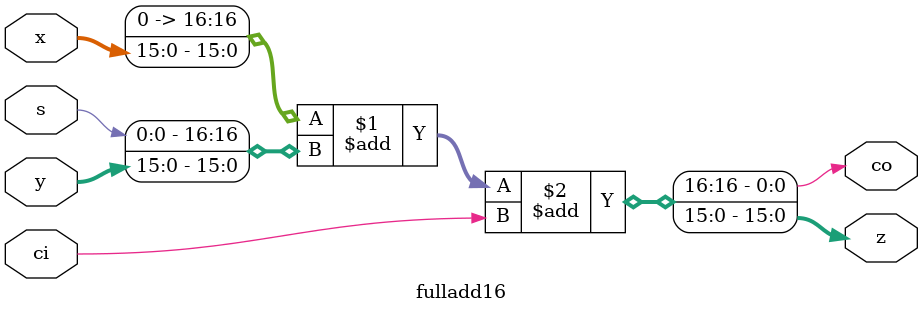
<source format=v>
module fulladd16 (
    input  [15:0] x,
    input  [15:0] y,
    input         ci,
    output        co,
    output [15:0] z,
    input         s
  );
  assign {co,z} = {1'b0, x} + {s, y} + ci;
endmodule
</source>
